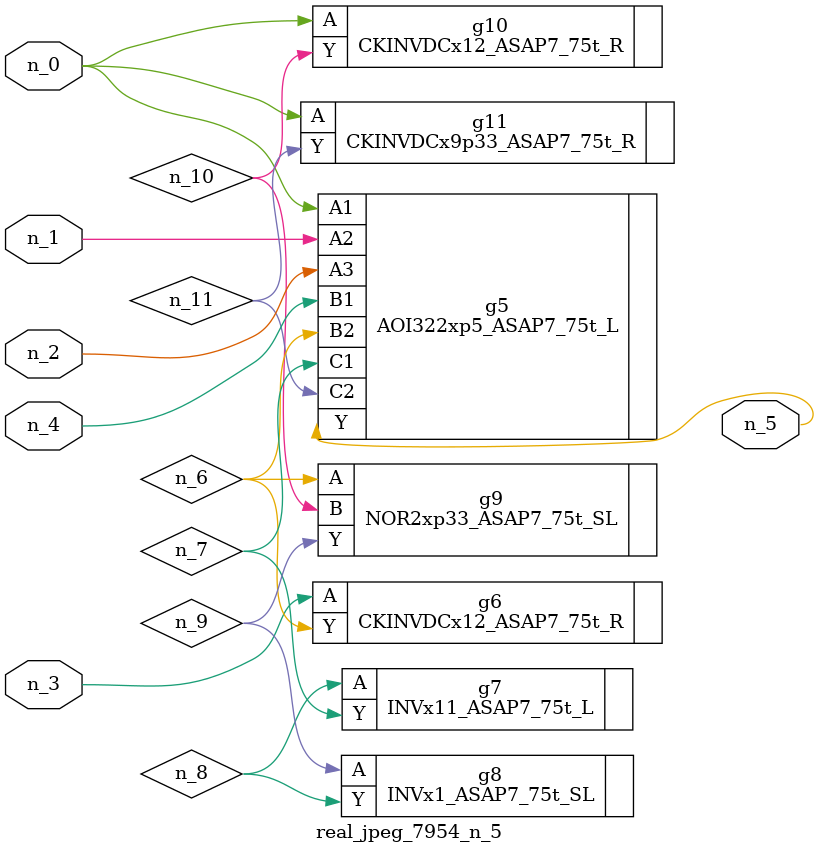
<source format=v>
module real_jpeg_7954_n_5 (n_4, n_0, n_1, n_2, n_3, n_5);

input n_4;
input n_0;
input n_1;
input n_2;
input n_3;

output n_5;

wire n_8;
wire n_11;
wire n_6;
wire n_7;
wire n_10;
wire n_9;

AOI322xp5_ASAP7_75t_L g5 ( 
.A1(n_0),
.A2(n_1),
.A3(n_2),
.B1(n_4),
.B2(n_6),
.C1(n_7),
.C2(n_11),
.Y(n_5)
);

CKINVDCx12_ASAP7_75t_R g10 ( 
.A(n_0),
.Y(n_10)
);

CKINVDCx9p33_ASAP7_75t_R g11 ( 
.A(n_0),
.Y(n_11)
);

CKINVDCx12_ASAP7_75t_R g6 ( 
.A(n_3),
.Y(n_6)
);

NOR2xp33_ASAP7_75t_SL g9 ( 
.A(n_6),
.B(n_10),
.Y(n_9)
);

INVx11_ASAP7_75t_L g7 ( 
.A(n_8),
.Y(n_7)
);

INVx1_ASAP7_75t_SL g8 ( 
.A(n_9),
.Y(n_8)
);


endmodule
</source>
